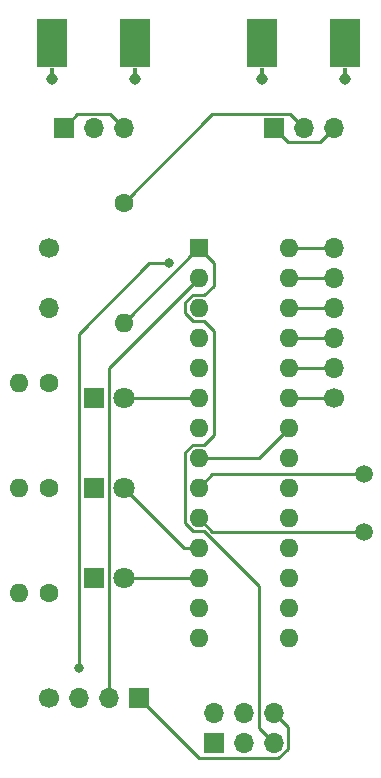
<source format=gbr>
%TF.GenerationSoftware,KiCad,Pcbnew,(6.0.5)*%
%TF.CreationDate,2022-08-03T12:20:48+10:00*%
%TF.ProjectId,special_target,73706563-6961-46c5-9f74-61726765742e,rev?*%
%TF.SameCoordinates,Original*%
%TF.FileFunction,Copper,L2,Bot*%
%TF.FilePolarity,Positive*%
%FSLAX46Y46*%
G04 Gerber Fmt 4.6, Leading zero omitted, Abs format (unit mm)*
G04 Created by KiCad (PCBNEW (6.0.5)) date 2022-08-03 12:20:48*
%MOMM*%
%LPD*%
G01*
G04 APERTURE LIST*
%TA.AperFunction,ComponentPad*%
%ADD10C,1.700000*%
%TD*%
%TA.AperFunction,ComponentPad*%
%ADD11O,1.700000X1.700000*%
%TD*%
%TA.AperFunction,ComponentPad*%
%ADD12C,1.600000*%
%TD*%
%TA.AperFunction,ComponentPad*%
%ADD13O,1.600000X1.600000*%
%TD*%
%TA.AperFunction,ComponentPad*%
%ADD14C,1.500000*%
%TD*%
%TA.AperFunction,ComponentPad*%
%ADD15R,1.800000X1.800000*%
%TD*%
%TA.AperFunction,ComponentPad*%
%ADD16C,1.800000*%
%TD*%
%TA.AperFunction,SMDPad,CuDef*%
%ADD17R,2.665000X4.190000*%
%TD*%
%TA.AperFunction,SMDPad,CuDef*%
%ADD18R,0.460000X0.890000*%
%TD*%
%TA.AperFunction,ComponentPad*%
%ADD19C,0.970000*%
%TD*%
%TA.AperFunction,ComponentPad*%
%ADD20R,1.700000X1.700000*%
%TD*%
%TA.AperFunction,ComponentPad*%
%ADD21R,1.600000X1.600000*%
%TD*%
%TA.AperFunction,ViaPad*%
%ADD22C,0.800000*%
%TD*%
%TA.AperFunction,Conductor*%
%ADD23C,0.250000*%
%TD*%
G04 APERTURE END LIST*
D10*
%TO.P,J7,1,Pin_1*%
%TO.N,Net-(U1-Pad23)*%
X121920000Y-115570000D03*
D11*
%TO.P,J7,2,Pin_2*%
%TO.N,Net-(U1-Pad24)*%
X121920000Y-113030000D03*
%TO.P,J7,3,Pin_3*%
%TO.N,Net-(U1-Pad25)*%
X121920000Y-110490000D03*
%TO.P,J7,4,Pin_4*%
%TO.N,Net-(U1-Pad26)*%
X121920000Y-107950000D03*
%TO.P,J7,5,Pin_5*%
%TO.N,Net-(U1-Pad27)*%
X121920000Y-105410000D03*
%TO.P,J7,6,Pin_6*%
%TO.N,Net-(U1-Pad28)*%
X121920000Y-102870000D03*
%TD*%
D10*
%TO.P,SW1,1,1*%
%TO.N,GND*%
X97790000Y-102875001D03*
D11*
%TO.P,SW1,2,2*%
%TO.N,RESET*%
X97790000Y-107955001D03*
%TD*%
D12*
%TO.P,R1,1*%
%TO.N,VCC_OUT*%
X104140000Y-99050000D03*
D13*
%TO.P,R1,2*%
%TO.N,RESET*%
X104140000Y-109210000D03*
%TD*%
D12*
%TO.P,R4,1*%
%TO.N,Net-(D3-Pad1)*%
X97790000Y-132070000D03*
D13*
%TO.P,R4,2*%
%TO.N,GND*%
X95250000Y-132070000D03*
%TD*%
D14*
%TO.P,Y1,1,1*%
%TO.N,Net-(U1-Pad10)*%
X124460000Y-126900000D03*
%TO.P,Y1,2,2*%
%TO.N,Net-(U1-Pad9)*%
X124460000Y-122020000D03*
%TD*%
D15*
%TO.P,D3,1,K*%
%TO.N,Net-(D3-Pad1)*%
X101600000Y-130800000D03*
D16*
%TO.P,D3,2,A*%
%TO.N,LED3*%
X104140000Y-130800000D03*
%TD*%
D17*
%TO.P,J4,2,Ext*%
%TO.N,GND*%
X122872500Y-85545000D03*
D18*
X115887500Y-88085000D03*
D19*
X115887500Y-88530000D03*
X122872500Y-88530000D03*
D18*
X122872500Y-88085000D03*
D17*
X115887500Y-85545000D03*
%TD*%
D10*
%TO.P,J2,1,Pin_1*%
%TO.N,VCC_OUT*%
X97800008Y-140970000D03*
D11*
%TO.P,J2,2,Pin_2*%
%TO.N,TX*%
X100340000Y-140970000D03*
%TO.P,J2,3,Pin_3*%
%TO.N,RX*%
X102880000Y-140970000D03*
D20*
%TO.P,J2,4,Pin_4*%
%TO.N,GND*%
X105420008Y-140970000D03*
%TD*%
D21*
%TO.P,U1,1,~{RESET}/PC6*%
%TO.N,RESET*%
X110500000Y-102870000D03*
D13*
%TO.P,U1,2,PD0*%
%TO.N,RX*%
X110500000Y-105410000D03*
%TO.P,U1,3,PD1*%
%TO.N,TX*%
X110500000Y-107950000D03*
%TO.P,U1,4,PD2*%
%TO.N,unconnected-(U1-Pad4)*%
X110500000Y-110490000D03*
%TO.P,U1,5,PD3*%
%TO.N,unconnected-(U1-Pad5)*%
X110500000Y-113030000D03*
%TO.P,U1,6,PD4*%
%TO.N,LED1*%
X110500000Y-115570000D03*
%TO.P,U1,7,VCC*%
%TO.N,VCC_OUT*%
X110500000Y-118110000D03*
%TO.P,U1,8,GND*%
%TO.N,GND*%
X110500000Y-120650000D03*
%TO.P,U1,9,XTAL1/PB6*%
%TO.N,Net-(U1-Pad9)*%
X110500000Y-123190000D03*
%TO.P,U1,10,XTAL2/PB7*%
%TO.N,Net-(U1-Pad10)*%
X110500000Y-125730000D03*
%TO.P,U1,11,PD5*%
%TO.N,LED2*%
X110500000Y-128270000D03*
%TO.P,U1,12,PD6*%
%TO.N,LED3*%
X110500000Y-130810000D03*
%TO.P,U1,13,PD7*%
%TO.N,TRIG_OUT*%
X110500000Y-133350000D03*
%TO.P,U1,14,PB0*%
%TO.N,unconnected-(U1-Pad14)*%
X110500000Y-135890000D03*
%TO.P,U1,15,PB1*%
%TO.N,unconnected-(U1-Pad15)*%
X118120000Y-135890000D03*
%TO.P,U1,16,PB2*%
%TO.N,unconnected-(U1-Pad16)*%
X118120000Y-133350000D03*
%TO.P,U1,17,PB3*%
%TO.N,MOSI*%
X118120000Y-130810000D03*
%TO.P,U1,18,PB4*%
%TO.N,MISO*%
X118120000Y-128270000D03*
%TO.P,U1,19,PB5*%
%TO.N,SCK*%
X118120000Y-125730000D03*
%TO.P,U1,20,AVCC*%
%TO.N,VCC_OUT*%
X118120000Y-123190000D03*
%TO.P,U1,21,AREF*%
%TO.N,unconnected-(U1-Pad21)*%
X118120000Y-120650000D03*
%TO.P,U1,22,GND*%
%TO.N,GND*%
X118120000Y-118110000D03*
%TO.P,U1,23,PC0*%
%TO.N,Net-(U1-Pad23)*%
X118120000Y-115570000D03*
%TO.P,U1,24,PC1*%
%TO.N,Net-(U1-Pad24)*%
X118120000Y-113030000D03*
%TO.P,U1,25,PC2*%
%TO.N,Net-(U1-Pad25)*%
X118120000Y-110490000D03*
%TO.P,U1,26,PC3*%
%TO.N,Net-(U1-Pad26)*%
X118120000Y-107950000D03*
%TO.P,U1,27,PC4*%
%TO.N,Net-(U1-Pad27)*%
X118120000Y-105410000D03*
%TO.P,U1,28,PC5*%
%TO.N,Net-(U1-Pad28)*%
X118120000Y-102870000D03*
%TD*%
D20*
%TO.P,J6,1,Pin_1*%
%TO.N,GND*%
X99060000Y-92710000D03*
D11*
%TO.P,J6,2,Pin_2*%
%TO.N,TRIG_OUT*%
X101600000Y-92710000D03*
%TO.P,J6,3,Pin_3*%
%TO.N,GND*%
X104140000Y-92710000D03*
%TD*%
D12*
%TO.P,R2,1*%
%TO.N,Net-(D1-Pad1)*%
X97790000Y-114290000D03*
D13*
%TO.P,R2,2*%
%TO.N,GND*%
X95250000Y-114290000D03*
%TD*%
D15*
%TO.P,D2,1,K*%
%TO.N,Net-(D2-Pad1)*%
X101600000Y-123180000D03*
D16*
%TO.P,D2,2,A*%
%TO.N,LED2*%
X104140000Y-123180000D03*
%TD*%
D18*
%TO.P,J5,2,Ext*%
%TO.N,GND*%
X98107500Y-88084990D03*
D17*
X98107500Y-85544990D03*
D19*
X105092500Y-88529990D03*
D17*
X105092500Y-85544990D03*
D19*
X98107500Y-88529990D03*
D18*
X105092500Y-88084990D03*
%TD*%
D20*
%TO.P,J1,1,MISO*%
%TO.N,MISO*%
X111775000Y-144775000D03*
D11*
%TO.P,J1,2,VCC*%
%TO.N,VCC_OUT*%
X111775000Y-142235000D03*
%TO.P,J1,3,SCK*%
%TO.N,SCK*%
X114315000Y-144775000D03*
%TO.P,J1,4,MOSI*%
%TO.N,MOSI*%
X114315000Y-142235000D03*
%TO.P,J1,5,~{RST}*%
%TO.N,RESET*%
X116855000Y-144775000D03*
%TO.P,J1,6,GND*%
%TO.N,GND*%
X116855000Y-142235000D03*
%TD*%
D12*
%TO.P,R3,1*%
%TO.N,Net-(D2-Pad1)*%
X97790000Y-123180000D03*
D13*
%TO.P,R3,2*%
%TO.N,GND*%
X95250000Y-123180000D03*
%TD*%
D15*
%TO.P,D1,1,K*%
%TO.N,Net-(D1-Pad1)*%
X101600000Y-115560000D03*
D16*
%TO.P,D1,2,A*%
%TO.N,LED1*%
X104140000Y-115560000D03*
%TD*%
D20*
%TO.P,J3,1,Pin_1*%
%TO.N,GND*%
X116855000Y-92725000D03*
D11*
%TO.P,J3,2,Pin_2*%
%TO.N,VCC_OUT*%
X119395000Y-92725000D03*
%TO.P,J3,3,Pin_3*%
%TO.N,GND*%
X121935000Y-92725000D03*
%TD*%
D22*
%TO.N,TX*%
X100330000Y-138430000D03*
X107977788Y-104167788D03*
%TD*%
D23*
%TO.N,Net-(U1-Pad23)*%
X118120000Y-115570000D02*
X121920000Y-115570000D01*
%TO.N,Net-(U1-Pad24)*%
X121920000Y-113030000D02*
X118120000Y-113030000D01*
%TO.N,Net-(U1-Pad25)*%
X118120000Y-110490000D02*
X121920000Y-110490000D01*
%TO.N,Net-(U1-Pad26)*%
X121920000Y-107950000D02*
X118120000Y-107950000D01*
%TO.N,Net-(U1-Pad27)*%
X118120000Y-105410000D02*
X121920000Y-105410000D01*
%TO.N,Net-(U1-Pad28)*%
X121920000Y-102870000D02*
X118120000Y-102870000D01*
%TO.N,LED1*%
X110500000Y-115570000D02*
X104150000Y-115570000D01*
X104150000Y-115570000D02*
X104140000Y-115560000D01*
%TO.N,LED2*%
X109230000Y-128270000D02*
X104140000Y-123180000D01*
X110500000Y-128270000D02*
X109230000Y-128270000D01*
%TO.N,LED3*%
X104140000Y-130800000D02*
X110490000Y-130800000D01*
X110490000Y-130800000D02*
X110500000Y-130810000D01*
%TO.N,VCC_OUT*%
X118220489Y-91550489D02*
X111639511Y-91550489D01*
X111639511Y-91550489D02*
X104140000Y-99050000D01*
X119395000Y-92725000D02*
X118220489Y-91550489D01*
%TO.N,RESET*%
X110965789Y-106825489D02*
X110977291Y-106836991D01*
X110034211Y-119525489D02*
X110965789Y-119525489D01*
X110480000Y-102870000D02*
X104140000Y-109210000D01*
X109375489Y-120184211D02*
X110034211Y-119525489D01*
X111760000Y-118731278D02*
X111760000Y-109868722D01*
X109375489Y-108415789D02*
X109375489Y-107484211D01*
X110500000Y-102870000D02*
X110480000Y-102870000D01*
X110977291Y-106836991D02*
X111760000Y-106054282D01*
X110965789Y-109074511D02*
X110034211Y-109074511D01*
X110965789Y-126854511D02*
X110034211Y-126854511D01*
X115570000Y-131458722D02*
X110965789Y-126854511D01*
X110034211Y-126854511D02*
X109375489Y-126195789D01*
X111760000Y-104130000D02*
X110500000Y-102870000D01*
X109375489Y-126195789D02*
X109375489Y-120184211D01*
X110034211Y-106825489D02*
X110965789Y-106825489D01*
X110965789Y-119525489D02*
X111760000Y-118731278D01*
X116855000Y-144775000D02*
X115570000Y-143490000D01*
X111760000Y-109868722D02*
X110965789Y-109074511D01*
X115570000Y-143490000D02*
X115570000Y-131458722D01*
X109375489Y-107484211D02*
X110034211Y-106825489D01*
X110034211Y-109074511D02*
X109375489Y-108415789D01*
X111760000Y-106054282D02*
X111760000Y-104130000D01*
%TO.N,GND*%
X118029511Y-143409511D02*
X118029511Y-145261499D01*
X115580000Y-120650000D02*
X118120000Y-118110000D01*
X117241010Y-146050000D02*
X110500008Y-146050000D01*
X104140000Y-92710000D02*
X102965489Y-91535489D01*
X110500000Y-120650000D02*
X115580000Y-120650000D01*
X118029511Y-93899511D02*
X120760489Y-93899511D01*
X100234511Y-91535489D02*
X99060000Y-92710000D01*
X102965489Y-91535489D02*
X100234511Y-91535489D01*
X110500008Y-146050000D02*
X105420008Y-140970000D01*
X118029511Y-145261499D02*
X117241010Y-146050000D01*
X116855000Y-142235000D02*
X118029511Y-143409511D01*
X120760489Y-93899511D02*
X121935000Y-92725000D01*
X116855000Y-92725000D02*
X118029511Y-93899511D01*
%TO.N,TX*%
X100330000Y-110159700D02*
X100330000Y-138430000D01*
X107977788Y-104167788D02*
X106321912Y-104167788D01*
X106321912Y-104167788D02*
X100330000Y-110159700D01*
%TO.N,RX*%
X110500000Y-105410000D02*
X102880000Y-113030000D01*
X102880000Y-113030000D02*
X102880000Y-140970000D01*
%TO.N,Net-(U1-Pad9)*%
X110500000Y-123190000D02*
X111670000Y-122020000D01*
X111670000Y-122020000D02*
X124460000Y-122020000D01*
%TO.N,Net-(U1-Pad10)*%
X110500000Y-125730000D02*
X111670000Y-126900000D01*
X111670000Y-126900000D02*
X124460000Y-126900000D01*
%TD*%
M02*

</source>
